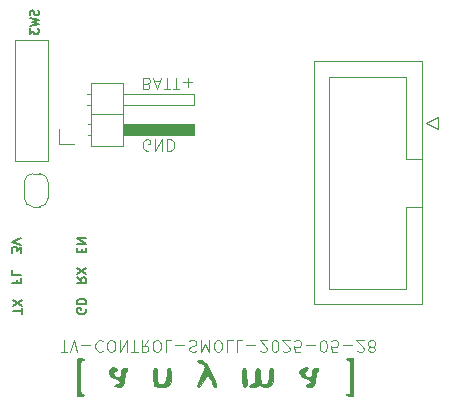
<source format=gbr>
%TF.GenerationSoftware,KiCad,Pcbnew,9.0.1*%
%TF.CreationDate,2025-05-28T08:33:00+02:00*%
%TF.ProjectId,tv25-cpu-small,74763235-2d63-4707-952d-736d616c6c2e,rev?*%
%TF.SameCoordinates,Original*%
%TF.FileFunction,Legend,Bot*%
%TF.FilePolarity,Positive*%
%FSLAX46Y46*%
G04 Gerber Fmt 4.6, Leading zero omitted, Abs format (unit mm)*
G04 Created by KiCad (PCBNEW 9.0.1) date 2025-05-28 08:33:00*
%MOMM*%
%LPD*%
G01*
G04 APERTURE LIST*
%ADD10C,0.100000*%
%ADD11C,0.150000*%
%ADD12C,0.010000*%
%ADD13C,0.120000*%
G04 APERTURE END LIST*
D10*
X122239693Y-149796961D02*
X122144455Y-149844580D01*
X122144455Y-149844580D02*
X122001598Y-149844580D01*
X122001598Y-149844580D02*
X121858741Y-149796961D01*
X121858741Y-149796961D02*
X121763503Y-149701723D01*
X121763503Y-149701723D02*
X121715884Y-149606485D01*
X121715884Y-149606485D02*
X121668265Y-149416009D01*
X121668265Y-149416009D02*
X121668265Y-149273152D01*
X121668265Y-149273152D02*
X121715884Y-149082676D01*
X121715884Y-149082676D02*
X121763503Y-148987438D01*
X121763503Y-148987438D02*
X121858741Y-148892200D01*
X121858741Y-148892200D02*
X122001598Y-148844580D01*
X122001598Y-148844580D02*
X122096836Y-148844580D01*
X122096836Y-148844580D02*
X122239693Y-148892200D01*
X122239693Y-148892200D02*
X122287312Y-148939819D01*
X122287312Y-148939819D02*
X122287312Y-149273152D01*
X122287312Y-149273152D02*
X122096836Y-149273152D01*
X122715884Y-148844580D02*
X122715884Y-149844580D01*
X122715884Y-149844580D02*
X123287312Y-148844580D01*
X123287312Y-148844580D02*
X123287312Y-149844580D01*
X123763503Y-148844580D02*
X123763503Y-149844580D01*
X123763503Y-149844580D02*
X124001598Y-149844580D01*
X124001598Y-149844580D02*
X124144455Y-149796961D01*
X124144455Y-149796961D02*
X124239693Y-149701723D01*
X124239693Y-149701723D02*
X124287312Y-149606485D01*
X124287312Y-149606485D02*
X124334931Y-149416009D01*
X124334931Y-149416009D02*
X124334931Y-149273152D01*
X124334931Y-149273152D02*
X124287312Y-149082676D01*
X124287312Y-149082676D02*
X124239693Y-148987438D01*
X124239693Y-148987438D02*
X124144455Y-148892200D01*
X124144455Y-148892200D02*
X124001598Y-148844580D01*
X124001598Y-148844580D02*
X123763503Y-148844580D01*
X122049217Y-144161390D02*
X122192074Y-144113771D01*
X122192074Y-144113771D02*
X122239693Y-144066152D01*
X122239693Y-144066152D02*
X122287312Y-143970914D01*
X122287312Y-143970914D02*
X122287312Y-143828057D01*
X122287312Y-143828057D02*
X122239693Y-143732819D01*
X122239693Y-143732819D02*
X122192074Y-143685200D01*
X122192074Y-143685200D02*
X122096836Y-143637580D01*
X122096836Y-143637580D02*
X121715884Y-143637580D01*
X121715884Y-143637580D02*
X121715884Y-144637580D01*
X121715884Y-144637580D02*
X122049217Y-144637580D01*
X122049217Y-144637580D02*
X122144455Y-144589961D01*
X122144455Y-144589961D02*
X122192074Y-144542342D01*
X122192074Y-144542342D02*
X122239693Y-144447104D01*
X122239693Y-144447104D02*
X122239693Y-144351866D01*
X122239693Y-144351866D02*
X122192074Y-144256628D01*
X122192074Y-144256628D02*
X122144455Y-144209009D01*
X122144455Y-144209009D02*
X122049217Y-144161390D01*
X122049217Y-144161390D02*
X121715884Y-144161390D01*
X122668265Y-143923295D02*
X123144455Y-143923295D01*
X122573027Y-143637580D02*
X122906360Y-144637580D01*
X122906360Y-144637580D02*
X123239693Y-143637580D01*
X123430170Y-144637580D02*
X124001598Y-144637580D01*
X123715884Y-143637580D02*
X123715884Y-144637580D01*
X124192075Y-144637580D02*
X124763503Y-144637580D01*
X124477789Y-143637580D02*
X124477789Y-144637580D01*
X125096837Y-144018533D02*
X125858742Y-144018533D01*
X125477789Y-143637580D02*
X125477789Y-144399485D01*
X114715027Y-166862580D02*
X115286455Y-166862580D01*
X115000741Y-165862580D02*
X115000741Y-166862580D01*
X115476932Y-166862580D02*
X115810265Y-165862580D01*
X115810265Y-165862580D02*
X116143598Y-166862580D01*
X116476932Y-166243533D02*
X117238837Y-166243533D01*
X118286455Y-165957819D02*
X118238836Y-165910200D01*
X118238836Y-165910200D02*
X118095979Y-165862580D01*
X118095979Y-165862580D02*
X118000741Y-165862580D01*
X118000741Y-165862580D02*
X117857884Y-165910200D01*
X117857884Y-165910200D02*
X117762646Y-166005438D01*
X117762646Y-166005438D02*
X117715027Y-166100676D01*
X117715027Y-166100676D02*
X117667408Y-166291152D01*
X117667408Y-166291152D02*
X117667408Y-166434009D01*
X117667408Y-166434009D02*
X117715027Y-166624485D01*
X117715027Y-166624485D02*
X117762646Y-166719723D01*
X117762646Y-166719723D02*
X117857884Y-166814961D01*
X117857884Y-166814961D02*
X118000741Y-166862580D01*
X118000741Y-166862580D02*
X118095979Y-166862580D01*
X118095979Y-166862580D02*
X118238836Y-166814961D01*
X118238836Y-166814961D02*
X118286455Y-166767342D01*
X118905503Y-166862580D02*
X119095979Y-166862580D01*
X119095979Y-166862580D02*
X119191217Y-166814961D01*
X119191217Y-166814961D02*
X119286455Y-166719723D01*
X119286455Y-166719723D02*
X119334074Y-166529247D01*
X119334074Y-166529247D02*
X119334074Y-166195914D01*
X119334074Y-166195914D02*
X119286455Y-166005438D01*
X119286455Y-166005438D02*
X119191217Y-165910200D01*
X119191217Y-165910200D02*
X119095979Y-165862580D01*
X119095979Y-165862580D02*
X118905503Y-165862580D01*
X118905503Y-165862580D02*
X118810265Y-165910200D01*
X118810265Y-165910200D02*
X118715027Y-166005438D01*
X118715027Y-166005438D02*
X118667408Y-166195914D01*
X118667408Y-166195914D02*
X118667408Y-166529247D01*
X118667408Y-166529247D02*
X118715027Y-166719723D01*
X118715027Y-166719723D02*
X118810265Y-166814961D01*
X118810265Y-166814961D02*
X118905503Y-166862580D01*
X119762646Y-165862580D02*
X119762646Y-166862580D01*
X119762646Y-166862580D02*
X120334074Y-165862580D01*
X120334074Y-165862580D02*
X120334074Y-166862580D01*
X120667408Y-166862580D02*
X121238836Y-166862580D01*
X120953122Y-165862580D02*
X120953122Y-166862580D01*
X122143598Y-165862580D02*
X121810265Y-166338771D01*
X121572170Y-165862580D02*
X121572170Y-166862580D01*
X121572170Y-166862580D02*
X121953122Y-166862580D01*
X121953122Y-166862580D02*
X122048360Y-166814961D01*
X122048360Y-166814961D02*
X122095979Y-166767342D01*
X122095979Y-166767342D02*
X122143598Y-166672104D01*
X122143598Y-166672104D02*
X122143598Y-166529247D01*
X122143598Y-166529247D02*
X122095979Y-166434009D01*
X122095979Y-166434009D02*
X122048360Y-166386390D01*
X122048360Y-166386390D02*
X121953122Y-166338771D01*
X121953122Y-166338771D02*
X121572170Y-166338771D01*
X122762646Y-166862580D02*
X122953122Y-166862580D01*
X122953122Y-166862580D02*
X123048360Y-166814961D01*
X123048360Y-166814961D02*
X123143598Y-166719723D01*
X123143598Y-166719723D02*
X123191217Y-166529247D01*
X123191217Y-166529247D02*
X123191217Y-166195914D01*
X123191217Y-166195914D02*
X123143598Y-166005438D01*
X123143598Y-166005438D02*
X123048360Y-165910200D01*
X123048360Y-165910200D02*
X122953122Y-165862580D01*
X122953122Y-165862580D02*
X122762646Y-165862580D01*
X122762646Y-165862580D02*
X122667408Y-165910200D01*
X122667408Y-165910200D02*
X122572170Y-166005438D01*
X122572170Y-166005438D02*
X122524551Y-166195914D01*
X122524551Y-166195914D02*
X122524551Y-166529247D01*
X122524551Y-166529247D02*
X122572170Y-166719723D01*
X122572170Y-166719723D02*
X122667408Y-166814961D01*
X122667408Y-166814961D02*
X122762646Y-166862580D01*
X124095979Y-165862580D02*
X123619789Y-165862580D01*
X123619789Y-165862580D02*
X123619789Y-166862580D01*
X124429313Y-166243533D02*
X125191218Y-166243533D01*
X125619789Y-165910200D02*
X125762646Y-165862580D01*
X125762646Y-165862580D02*
X126000741Y-165862580D01*
X126000741Y-165862580D02*
X126095979Y-165910200D01*
X126095979Y-165910200D02*
X126143598Y-165957819D01*
X126143598Y-165957819D02*
X126191217Y-166053057D01*
X126191217Y-166053057D02*
X126191217Y-166148295D01*
X126191217Y-166148295D02*
X126143598Y-166243533D01*
X126143598Y-166243533D02*
X126095979Y-166291152D01*
X126095979Y-166291152D02*
X126000741Y-166338771D01*
X126000741Y-166338771D02*
X125810265Y-166386390D01*
X125810265Y-166386390D02*
X125715027Y-166434009D01*
X125715027Y-166434009D02*
X125667408Y-166481628D01*
X125667408Y-166481628D02*
X125619789Y-166576866D01*
X125619789Y-166576866D02*
X125619789Y-166672104D01*
X125619789Y-166672104D02*
X125667408Y-166767342D01*
X125667408Y-166767342D02*
X125715027Y-166814961D01*
X125715027Y-166814961D02*
X125810265Y-166862580D01*
X125810265Y-166862580D02*
X126048360Y-166862580D01*
X126048360Y-166862580D02*
X126191217Y-166814961D01*
X126619789Y-165862580D02*
X126619789Y-166862580D01*
X126619789Y-166862580D02*
X126953122Y-166148295D01*
X126953122Y-166148295D02*
X127286455Y-166862580D01*
X127286455Y-166862580D02*
X127286455Y-165862580D01*
X127953122Y-166862580D02*
X128143598Y-166862580D01*
X128143598Y-166862580D02*
X128238836Y-166814961D01*
X128238836Y-166814961D02*
X128334074Y-166719723D01*
X128334074Y-166719723D02*
X128381693Y-166529247D01*
X128381693Y-166529247D02*
X128381693Y-166195914D01*
X128381693Y-166195914D02*
X128334074Y-166005438D01*
X128334074Y-166005438D02*
X128238836Y-165910200D01*
X128238836Y-165910200D02*
X128143598Y-165862580D01*
X128143598Y-165862580D02*
X127953122Y-165862580D01*
X127953122Y-165862580D02*
X127857884Y-165910200D01*
X127857884Y-165910200D02*
X127762646Y-166005438D01*
X127762646Y-166005438D02*
X127715027Y-166195914D01*
X127715027Y-166195914D02*
X127715027Y-166529247D01*
X127715027Y-166529247D02*
X127762646Y-166719723D01*
X127762646Y-166719723D02*
X127857884Y-166814961D01*
X127857884Y-166814961D02*
X127953122Y-166862580D01*
X129286455Y-165862580D02*
X128810265Y-165862580D01*
X128810265Y-165862580D02*
X128810265Y-166862580D01*
X130095979Y-165862580D02*
X129619789Y-165862580D01*
X129619789Y-165862580D02*
X129619789Y-166862580D01*
X130429313Y-166243533D02*
X131191218Y-166243533D01*
X131619789Y-166767342D02*
X131667408Y-166814961D01*
X131667408Y-166814961D02*
X131762646Y-166862580D01*
X131762646Y-166862580D02*
X132000741Y-166862580D01*
X132000741Y-166862580D02*
X132095979Y-166814961D01*
X132095979Y-166814961D02*
X132143598Y-166767342D01*
X132143598Y-166767342D02*
X132191217Y-166672104D01*
X132191217Y-166672104D02*
X132191217Y-166576866D01*
X132191217Y-166576866D02*
X132143598Y-166434009D01*
X132143598Y-166434009D02*
X131572170Y-165862580D01*
X131572170Y-165862580D02*
X132191217Y-165862580D01*
X132810265Y-166862580D02*
X132905503Y-166862580D01*
X132905503Y-166862580D02*
X133000741Y-166814961D01*
X133000741Y-166814961D02*
X133048360Y-166767342D01*
X133048360Y-166767342D02*
X133095979Y-166672104D01*
X133095979Y-166672104D02*
X133143598Y-166481628D01*
X133143598Y-166481628D02*
X133143598Y-166243533D01*
X133143598Y-166243533D02*
X133095979Y-166053057D01*
X133095979Y-166053057D02*
X133048360Y-165957819D01*
X133048360Y-165957819D02*
X133000741Y-165910200D01*
X133000741Y-165910200D02*
X132905503Y-165862580D01*
X132905503Y-165862580D02*
X132810265Y-165862580D01*
X132810265Y-165862580D02*
X132715027Y-165910200D01*
X132715027Y-165910200D02*
X132667408Y-165957819D01*
X132667408Y-165957819D02*
X132619789Y-166053057D01*
X132619789Y-166053057D02*
X132572170Y-166243533D01*
X132572170Y-166243533D02*
X132572170Y-166481628D01*
X132572170Y-166481628D02*
X132619789Y-166672104D01*
X132619789Y-166672104D02*
X132667408Y-166767342D01*
X132667408Y-166767342D02*
X132715027Y-166814961D01*
X132715027Y-166814961D02*
X132810265Y-166862580D01*
X133524551Y-166767342D02*
X133572170Y-166814961D01*
X133572170Y-166814961D02*
X133667408Y-166862580D01*
X133667408Y-166862580D02*
X133905503Y-166862580D01*
X133905503Y-166862580D02*
X134000741Y-166814961D01*
X134000741Y-166814961D02*
X134048360Y-166767342D01*
X134048360Y-166767342D02*
X134095979Y-166672104D01*
X134095979Y-166672104D02*
X134095979Y-166576866D01*
X134095979Y-166576866D02*
X134048360Y-166434009D01*
X134048360Y-166434009D02*
X133476932Y-165862580D01*
X133476932Y-165862580D02*
X134095979Y-165862580D01*
X135000741Y-166862580D02*
X134524551Y-166862580D01*
X134524551Y-166862580D02*
X134476932Y-166386390D01*
X134476932Y-166386390D02*
X134524551Y-166434009D01*
X134524551Y-166434009D02*
X134619789Y-166481628D01*
X134619789Y-166481628D02*
X134857884Y-166481628D01*
X134857884Y-166481628D02*
X134953122Y-166434009D01*
X134953122Y-166434009D02*
X135000741Y-166386390D01*
X135000741Y-166386390D02*
X135048360Y-166291152D01*
X135048360Y-166291152D02*
X135048360Y-166053057D01*
X135048360Y-166053057D02*
X135000741Y-165957819D01*
X135000741Y-165957819D02*
X134953122Y-165910200D01*
X134953122Y-165910200D02*
X134857884Y-165862580D01*
X134857884Y-165862580D02*
X134619789Y-165862580D01*
X134619789Y-165862580D02*
X134524551Y-165910200D01*
X134524551Y-165910200D02*
X134476932Y-165957819D01*
X135476932Y-166243533D02*
X136238837Y-166243533D01*
X136905503Y-166862580D02*
X137000741Y-166862580D01*
X137000741Y-166862580D02*
X137095979Y-166814961D01*
X137095979Y-166814961D02*
X137143598Y-166767342D01*
X137143598Y-166767342D02*
X137191217Y-166672104D01*
X137191217Y-166672104D02*
X137238836Y-166481628D01*
X137238836Y-166481628D02*
X137238836Y-166243533D01*
X137238836Y-166243533D02*
X137191217Y-166053057D01*
X137191217Y-166053057D02*
X137143598Y-165957819D01*
X137143598Y-165957819D02*
X137095979Y-165910200D01*
X137095979Y-165910200D02*
X137000741Y-165862580D01*
X137000741Y-165862580D02*
X136905503Y-165862580D01*
X136905503Y-165862580D02*
X136810265Y-165910200D01*
X136810265Y-165910200D02*
X136762646Y-165957819D01*
X136762646Y-165957819D02*
X136715027Y-166053057D01*
X136715027Y-166053057D02*
X136667408Y-166243533D01*
X136667408Y-166243533D02*
X136667408Y-166481628D01*
X136667408Y-166481628D02*
X136715027Y-166672104D01*
X136715027Y-166672104D02*
X136762646Y-166767342D01*
X136762646Y-166767342D02*
X136810265Y-166814961D01*
X136810265Y-166814961D02*
X136905503Y-166862580D01*
X138143598Y-166862580D02*
X137667408Y-166862580D01*
X137667408Y-166862580D02*
X137619789Y-166386390D01*
X137619789Y-166386390D02*
X137667408Y-166434009D01*
X137667408Y-166434009D02*
X137762646Y-166481628D01*
X137762646Y-166481628D02*
X138000741Y-166481628D01*
X138000741Y-166481628D02*
X138095979Y-166434009D01*
X138095979Y-166434009D02*
X138143598Y-166386390D01*
X138143598Y-166386390D02*
X138191217Y-166291152D01*
X138191217Y-166291152D02*
X138191217Y-166053057D01*
X138191217Y-166053057D02*
X138143598Y-165957819D01*
X138143598Y-165957819D02*
X138095979Y-165910200D01*
X138095979Y-165910200D02*
X138000741Y-165862580D01*
X138000741Y-165862580D02*
X137762646Y-165862580D01*
X137762646Y-165862580D02*
X137667408Y-165910200D01*
X137667408Y-165910200D02*
X137619789Y-165957819D01*
X138619789Y-166243533D02*
X139381694Y-166243533D01*
X139810265Y-166767342D02*
X139857884Y-166814961D01*
X139857884Y-166814961D02*
X139953122Y-166862580D01*
X139953122Y-166862580D02*
X140191217Y-166862580D01*
X140191217Y-166862580D02*
X140286455Y-166814961D01*
X140286455Y-166814961D02*
X140334074Y-166767342D01*
X140334074Y-166767342D02*
X140381693Y-166672104D01*
X140381693Y-166672104D02*
X140381693Y-166576866D01*
X140381693Y-166576866D02*
X140334074Y-166434009D01*
X140334074Y-166434009D02*
X139762646Y-165862580D01*
X139762646Y-165862580D02*
X140381693Y-165862580D01*
X140953122Y-166434009D02*
X140857884Y-166481628D01*
X140857884Y-166481628D02*
X140810265Y-166529247D01*
X140810265Y-166529247D02*
X140762646Y-166624485D01*
X140762646Y-166624485D02*
X140762646Y-166672104D01*
X140762646Y-166672104D02*
X140810265Y-166767342D01*
X140810265Y-166767342D02*
X140857884Y-166814961D01*
X140857884Y-166814961D02*
X140953122Y-166862580D01*
X140953122Y-166862580D02*
X141143598Y-166862580D01*
X141143598Y-166862580D02*
X141238836Y-166814961D01*
X141238836Y-166814961D02*
X141286455Y-166767342D01*
X141286455Y-166767342D02*
X141334074Y-166672104D01*
X141334074Y-166672104D02*
X141334074Y-166624485D01*
X141334074Y-166624485D02*
X141286455Y-166529247D01*
X141286455Y-166529247D02*
X141238836Y-166481628D01*
X141238836Y-166481628D02*
X141143598Y-166434009D01*
X141143598Y-166434009D02*
X140953122Y-166434009D01*
X140953122Y-166434009D02*
X140857884Y-166386390D01*
X140857884Y-166386390D02*
X140810265Y-166338771D01*
X140810265Y-166338771D02*
X140762646Y-166243533D01*
X140762646Y-166243533D02*
X140762646Y-166053057D01*
X140762646Y-166053057D02*
X140810265Y-165957819D01*
X140810265Y-165957819D02*
X140857884Y-165910200D01*
X140857884Y-165910200D02*
X140953122Y-165862580D01*
X140953122Y-165862580D02*
X141143598Y-165862580D01*
X141143598Y-165862580D02*
X141238836Y-165910200D01*
X141238836Y-165910200D02*
X141286455Y-165957819D01*
X141286455Y-165957819D02*
X141334074Y-166053057D01*
X141334074Y-166053057D02*
X141334074Y-166243533D01*
X141334074Y-166243533D02*
X141286455Y-166338771D01*
X141286455Y-166338771D02*
X141238836Y-166386390D01*
X141238836Y-166386390D02*
X141143598Y-166434009D01*
D11*
X116827609Y-163210476D02*
X116865704Y-163286666D01*
X116865704Y-163286666D02*
X116865704Y-163400952D01*
X116865704Y-163400952D02*
X116827609Y-163515238D01*
X116827609Y-163515238D02*
X116751419Y-163591428D01*
X116751419Y-163591428D02*
X116675228Y-163629523D01*
X116675228Y-163629523D02*
X116522847Y-163667619D01*
X116522847Y-163667619D02*
X116408561Y-163667619D01*
X116408561Y-163667619D02*
X116256180Y-163629523D01*
X116256180Y-163629523D02*
X116179990Y-163591428D01*
X116179990Y-163591428D02*
X116103800Y-163515238D01*
X116103800Y-163515238D02*
X116065704Y-163400952D01*
X116065704Y-163400952D02*
X116065704Y-163324761D01*
X116065704Y-163324761D02*
X116103800Y-163210476D01*
X116103800Y-163210476D02*
X116141895Y-163172380D01*
X116141895Y-163172380D02*
X116408561Y-163172380D01*
X116408561Y-163172380D02*
X116408561Y-163324761D01*
X116065704Y-162829523D02*
X116865704Y-162829523D01*
X116865704Y-162829523D02*
X116865704Y-162639047D01*
X116865704Y-162639047D02*
X116827609Y-162524761D01*
X116827609Y-162524761D02*
X116751419Y-162448571D01*
X116751419Y-162448571D02*
X116675228Y-162410476D01*
X116675228Y-162410476D02*
X116522847Y-162372380D01*
X116522847Y-162372380D02*
X116408561Y-162372380D01*
X116408561Y-162372380D02*
X116256180Y-162410476D01*
X116256180Y-162410476D02*
X116179990Y-162448571D01*
X116179990Y-162448571D02*
X116103800Y-162524761D01*
X116103800Y-162524761D02*
X116065704Y-162639047D01*
X116065704Y-162639047D02*
X116065704Y-162829523D01*
X110984752Y-160729523D02*
X110984752Y-160996189D01*
X110565704Y-160996189D02*
X111365704Y-160996189D01*
X111365704Y-160996189D02*
X111365704Y-160615237D01*
X110565704Y-159929523D02*
X110565704Y-160310475D01*
X110565704Y-160310475D02*
X111365704Y-160310475D01*
X116484752Y-158410475D02*
X116484752Y-158143809D01*
X116065704Y-158029523D02*
X116065704Y-158410475D01*
X116065704Y-158410475D02*
X116865704Y-158410475D01*
X116865704Y-158410475D02*
X116865704Y-158029523D01*
X116065704Y-157686665D02*
X116865704Y-157686665D01*
X116865704Y-157686665D02*
X116065704Y-157229522D01*
X116065704Y-157229522D02*
X116865704Y-157229522D01*
X111365704Y-158507030D02*
X111365704Y-158011792D01*
X111365704Y-158011792D02*
X111060942Y-158278458D01*
X111060942Y-158278458D02*
X111060942Y-158164173D01*
X111060942Y-158164173D02*
X111022847Y-158087982D01*
X111022847Y-158087982D02*
X110984752Y-158049887D01*
X110984752Y-158049887D02*
X110908561Y-158011792D01*
X110908561Y-158011792D02*
X110718085Y-158011792D01*
X110718085Y-158011792D02*
X110641895Y-158049887D01*
X110641895Y-158049887D02*
X110603800Y-158087982D01*
X110603800Y-158087982D02*
X110565704Y-158164173D01*
X110565704Y-158164173D02*
X110565704Y-158392744D01*
X110565704Y-158392744D02*
X110603800Y-158468935D01*
X110603800Y-158468935D02*
X110641895Y-158507030D01*
X111365704Y-157783220D02*
X110565704Y-157516553D01*
X110565704Y-157516553D02*
X111365704Y-157249887D01*
X116065704Y-160553332D02*
X116446657Y-160819999D01*
X116065704Y-161010475D02*
X116865704Y-161010475D01*
X116865704Y-161010475D02*
X116865704Y-160705713D01*
X116865704Y-160705713D02*
X116827609Y-160629523D01*
X116827609Y-160629523D02*
X116789514Y-160591428D01*
X116789514Y-160591428D02*
X116713323Y-160553332D01*
X116713323Y-160553332D02*
X116599038Y-160553332D01*
X116599038Y-160553332D02*
X116522847Y-160591428D01*
X116522847Y-160591428D02*
X116484752Y-160629523D01*
X116484752Y-160629523D02*
X116446657Y-160705713D01*
X116446657Y-160705713D02*
X116446657Y-161010475D01*
X116865704Y-160286666D02*
X116065704Y-159753332D01*
X116865704Y-159753332D02*
X116065704Y-160286666D01*
X111465704Y-163629523D02*
X111465704Y-163172380D01*
X110665704Y-163400952D02*
X111465704Y-163400952D01*
X111465704Y-162981904D02*
X110665704Y-162448570D01*
X111465704Y-162448570D02*
X110665704Y-162981904D01*
X112825450Y-137938000D02*
X112861164Y-138045143D01*
X112861164Y-138045143D02*
X112861164Y-138223714D01*
X112861164Y-138223714D02*
X112825450Y-138295143D01*
X112825450Y-138295143D02*
X112789735Y-138330857D01*
X112789735Y-138330857D02*
X112718307Y-138366571D01*
X112718307Y-138366571D02*
X112646878Y-138366571D01*
X112646878Y-138366571D02*
X112575450Y-138330857D01*
X112575450Y-138330857D02*
X112539735Y-138295143D01*
X112539735Y-138295143D02*
X112504021Y-138223714D01*
X112504021Y-138223714D02*
X112468307Y-138080857D01*
X112468307Y-138080857D02*
X112432592Y-138009428D01*
X112432592Y-138009428D02*
X112396878Y-137973714D01*
X112396878Y-137973714D02*
X112325450Y-137938000D01*
X112325450Y-137938000D02*
X112254021Y-137938000D01*
X112254021Y-137938000D02*
X112182592Y-137973714D01*
X112182592Y-137973714D02*
X112146878Y-138009428D01*
X112146878Y-138009428D02*
X112111164Y-138080857D01*
X112111164Y-138080857D02*
X112111164Y-138259428D01*
X112111164Y-138259428D02*
X112146878Y-138366571D01*
X112111164Y-138616571D02*
X112861164Y-138795143D01*
X112861164Y-138795143D02*
X112325450Y-138938000D01*
X112325450Y-138938000D02*
X112861164Y-139080857D01*
X112861164Y-139080857D02*
X112111164Y-139259429D01*
X112111164Y-139473714D02*
X112111164Y-139938000D01*
X112111164Y-139938000D02*
X112396878Y-139688000D01*
X112396878Y-139688000D02*
X112396878Y-139795143D01*
X112396878Y-139795143D02*
X112432592Y-139866572D01*
X112432592Y-139866572D02*
X112468307Y-139902286D01*
X112468307Y-139902286D02*
X112539735Y-139938000D01*
X112539735Y-139938000D02*
X112718307Y-139938000D01*
X112718307Y-139938000D02*
X112789735Y-139902286D01*
X112789735Y-139902286D02*
X112825450Y-139866572D01*
X112825450Y-139866572D02*
X112861164Y-139795143D01*
X112861164Y-139795143D02*
X112861164Y-139580857D01*
X112861164Y-139580857D02*
X112825450Y-139509429D01*
X112825450Y-139509429D02*
X112789735Y-139473714D01*
D12*
%TO.C,U5*%
X130289796Y-168236205D02*
X130354162Y-168278396D01*
X130396533Y-168394047D01*
X130425569Y-168615101D01*
X130449933Y-168973500D01*
X130462879Y-169261335D01*
X130459091Y-169576652D01*
X130421684Y-169759514D01*
X130344910Y-169831177D01*
X130223025Y-169812900D01*
X130220595Y-169811942D01*
X130155993Y-169752712D01*
X130116132Y-169617994D01*
X130095937Y-169376595D01*
X130090334Y-168997324D01*
X130091642Y-168733802D01*
X130101445Y-168466744D01*
X130126536Y-168315451D01*
X130173532Y-168248051D01*
X130249049Y-168232667D01*
X130289796Y-168236205D01*
G36*
X130289796Y-168236205D02*
G01*
X130354162Y-168278396D01*
X130396533Y-168394047D01*
X130425569Y-168615101D01*
X130449933Y-168973500D01*
X130462879Y-169261335D01*
X130459091Y-169576652D01*
X130421684Y-169759514D01*
X130344910Y-169831177D01*
X130223025Y-169812900D01*
X130220595Y-169811942D01*
X130155993Y-169752712D01*
X130116132Y-169617994D01*
X130095937Y-169376595D01*
X130090334Y-168997324D01*
X130091642Y-168733802D01*
X130101445Y-168466744D01*
X130126536Y-168315451D01*
X130173532Y-168248051D01*
X130249049Y-168232667D01*
X130289796Y-168236205D01*
G37*
X139488334Y-170611007D02*
X139170834Y-170553605D01*
X139001234Y-170519975D01*
X138843295Y-170474412D01*
X138844242Y-170444653D01*
X139008556Y-170434000D01*
X139234334Y-170434000D01*
X139234334Y-168994667D01*
X139233733Y-168536373D01*
X139229911Y-168138076D01*
X139220078Y-167865227D01*
X139201453Y-167694176D01*
X139171253Y-167601276D01*
X139126696Y-167562878D01*
X139065000Y-167555333D01*
X138966579Y-167539457D01*
X138895667Y-167470667D01*
X138898226Y-167459555D01*
X138996133Y-167407266D01*
X139192000Y-167386000D01*
X139488334Y-167386000D01*
X139488334Y-170611007D01*
G36*
X139488334Y-170611007D02*
G01*
X139170834Y-170553605D01*
X139001234Y-170519975D01*
X138843295Y-170474412D01*
X138844242Y-170444653D01*
X139008556Y-170434000D01*
X139234334Y-170434000D01*
X139234334Y-168994667D01*
X139233733Y-168536373D01*
X139229911Y-168138076D01*
X139220078Y-167865227D01*
X139201453Y-167694176D01*
X139171253Y-167601276D01*
X139126696Y-167562878D01*
X139065000Y-167555333D01*
X138966579Y-167539457D01*
X138895667Y-167470667D01*
X138898226Y-167459555D01*
X138996133Y-167407266D01*
X139192000Y-167386000D01*
X139488334Y-167386000D01*
X139488334Y-170611007D01*
G37*
X116475608Y-167392508D02*
X116641636Y-167423221D01*
X116713000Y-167470667D01*
X116681247Y-167519877D01*
X116543667Y-167555333D01*
X116489750Y-167560441D01*
X116442891Y-167592927D01*
X116410792Y-167676502D01*
X116390668Y-167834816D01*
X116379738Y-168091515D01*
X116375221Y-168470250D01*
X116374334Y-168994667D01*
X116374934Y-169452961D01*
X116378756Y-169851257D01*
X116388589Y-170124107D01*
X116407214Y-170295158D01*
X116437414Y-170388058D01*
X116481971Y-170426456D01*
X116543667Y-170434000D01*
X116642136Y-170450854D01*
X116713000Y-170523778D01*
X116711032Y-170534478D01*
X116615148Y-170582737D01*
X116412042Y-170587278D01*
X116111083Y-170561000D01*
X116113643Y-169015833D01*
X116114516Y-168546004D01*
X116115521Y-168108877D01*
X116116535Y-167758549D01*
X116117477Y-167522530D01*
X116118268Y-167428333D01*
X116147964Y-167401810D01*
X116287018Y-167383660D01*
X116475608Y-167392508D01*
G36*
X116475608Y-167392508D02*
G01*
X116641636Y-167423221D01*
X116713000Y-167470667D01*
X116681247Y-167519877D01*
X116543667Y-167555333D01*
X116489750Y-167560441D01*
X116442891Y-167592927D01*
X116410792Y-167676502D01*
X116390668Y-167834816D01*
X116379738Y-168091515D01*
X116375221Y-168470250D01*
X116374334Y-168994667D01*
X116374934Y-169452961D01*
X116378756Y-169851257D01*
X116388589Y-170124107D01*
X116407214Y-170295158D01*
X116437414Y-170388058D01*
X116481971Y-170426456D01*
X116543667Y-170434000D01*
X116642136Y-170450854D01*
X116713000Y-170523778D01*
X116711032Y-170534478D01*
X116615148Y-170582737D01*
X116412042Y-170587278D01*
X116111083Y-170561000D01*
X116113643Y-169015833D01*
X116114516Y-168546004D01*
X116115521Y-168108877D01*
X116116535Y-167758549D01*
X116117477Y-167522530D01*
X116118268Y-167428333D01*
X116147964Y-167401810D01*
X116287018Y-167383660D01*
X116475608Y-167392508D01*
G37*
X123959538Y-168238923D02*
X124007365Y-168306009D01*
X124061447Y-168536368D01*
X124079000Y-168920367D01*
X124061027Y-169311606D01*
X123986624Y-169587824D01*
X123830047Y-169746760D01*
X123565602Y-169813593D01*
X123167594Y-169813503D01*
X122597334Y-169783193D01*
X122572990Y-169007930D01*
X122564130Y-168660767D01*
X122567871Y-168425368D01*
X122591203Y-168296932D01*
X122640255Y-168243388D01*
X122721156Y-168232667D01*
X122810368Y-168246878D01*
X122864635Y-168316994D01*
X122888407Y-168480809D01*
X122893667Y-168776075D01*
X122896069Y-169002408D01*
X122917878Y-169302978D01*
X122972719Y-169480805D01*
X123072974Y-169565664D01*
X123231025Y-169587333D01*
X123382165Y-169569419D01*
X123564347Y-169452198D01*
X123668412Y-169210486D01*
X123705356Y-168826648D01*
X123713730Y-168624431D01*
X123740025Y-168380035D01*
X123776394Y-168242817D01*
X123842524Y-168183710D01*
X123959538Y-168238923D01*
G36*
X123959538Y-168238923D02*
G01*
X124007365Y-168306009D01*
X124061447Y-168536368D01*
X124079000Y-168920367D01*
X124061027Y-169311606D01*
X123986624Y-169587824D01*
X123830047Y-169746760D01*
X123565602Y-169813593D01*
X123167594Y-169813503D01*
X122597334Y-169783193D01*
X122572990Y-169007930D01*
X122564130Y-168660767D01*
X122567871Y-168425368D01*
X122591203Y-168296932D01*
X122640255Y-168243388D01*
X122721156Y-168232667D01*
X122810368Y-168246878D01*
X122864635Y-168316994D01*
X122888407Y-168480809D01*
X122893667Y-168776075D01*
X122896069Y-169002408D01*
X122917878Y-169302978D01*
X122972719Y-169480805D01*
X123072974Y-169565664D01*
X123231025Y-169587333D01*
X123382165Y-169569419D01*
X123564347Y-169452198D01*
X123668412Y-169210486D01*
X123705356Y-168826648D01*
X123713730Y-168624431D01*
X123740025Y-168380035D01*
X123776394Y-168242817D01*
X123842524Y-168183710D01*
X123959538Y-168238923D01*
G37*
X119374790Y-168185251D02*
X119483862Y-168288982D01*
X119467304Y-168360694D01*
X119342327Y-168442854D01*
X119232798Y-168504444D01*
X119167426Y-168648163D01*
X119211949Y-168809219D01*
X119347999Y-168940444D01*
X119557208Y-168994667D01*
X119709444Y-168953800D01*
X119813279Y-168791422D01*
X119845667Y-168488801D01*
X119879814Y-168314984D01*
X120015593Y-168188315D01*
X120226667Y-168202049D01*
X120321236Y-168255252D01*
X120337986Y-168357924D01*
X120229360Y-168533985D01*
X120193932Y-168597262D01*
X120128877Y-168832962D01*
X120102360Y-169129711D01*
X120092641Y-169305970D01*
X120002754Y-169620196D01*
X119819131Y-169793881D01*
X119542184Y-169826513D01*
X119374322Y-169782155D01*
X119277107Y-169699842D01*
X119301317Y-169621941D01*
X119460269Y-169587333D01*
X119554204Y-169575801D01*
X119701888Y-169489861D01*
X119749560Y-169361364D01*
X119667504Y-169240100D01*
X119648735Y-169229060D01*
X119471357Y-169153223D01*
X119233273Y-169076436D01*
X118950661Y-168950992D01*
X118786659Y-168763827D01*
X118773223Y-168543411D01*
X118919540Y-168312127D01*
X118989825Y-168254500D01*
X119189086Y-168174620D01*
X119374790Y-168185251D01*
G36*
X119374790Y-168185251D02*
G01*
X119483862Y-168288982D01*
X119467304Y-168360694D01*
X119342327Y-168442854D01*
X119232798Y-168504444D01*
X119167426Y-168648163D01*
X119211949Y-168809219D01*
X119347999Y-168940444D01*
X119557208Y-168994667D01*
X119709444Y-168953800D01*
X119813279Y-168791422D01*
X119845667Y-168488801D01*
X119879814Y-168314984D01*
X120015593Y-168188315D01*
X120226667Y-168202049D01*
X120321236Y-168255252D01*
X120337986Y-168357924D01*
X120229360Y-168533985D01*
X120193932Y-168597262D01*
X120128877Y-168832962D01*
X120102360Y-169129711D01*
X120092641Y-169305970D01*
X120002754Y-169620196D01*
X119819131Y-169793881D01*
X119542184Y-169826513D01*
X119374322Y-169782155D01*
X119277107Y-169699842D01*
X119301317Y-169621941D01*
X119460269Y-169587333D01*
X119554204Y-169575801D01*
X119701888Y-169489861D01*
X119749560Y-169361364D01*
X119667504Y-169240100D01*
X119648735Y-169229060D01*
X119471357Y-169153223D01*
X119233273Y-169076436D01*
X118950661Y-168950992D01*
X118786659Y-168763827D01*
X118773223Y-168543411D01*
X118919540Y-168312127D01*
X118989825Y-168254500D01*
X119189086Y-168174620D01*
X119374790Y-168185251D01*
G37*
X126584230Y-167568089D02*
X126786382Y-167642272D01*
X126953393Y-167762451D01*
X126986994Y-167803769D01*
X127111462Y-168001256D01*
X127269293Y-168291565D01*
X127441348Y-168634485D01*
X127608486Y-168989805D01*
X127751567Y-169317315D01*
X127851452Y-169576803D01*
X127889000Y-169728059D01*
X127887777Y-169757370D01*
X127838684Y-169851401D01*
X127743188Y-169826611D01*
X127636166Y-169705529D01*
X127552492Y-169510682D01*
X127497901Y-169352249D01*
X127385858Y-169129212D01*
X127260043Y-168949297D01*
X127147965Y-168849712D01*
X127077131Y-168867667D01*
X127064460Y-168894954D01*
X126888597Y-169235884D01*
X126707908Y-169528322D01*
X126546505Y-169736667D01*
X126428500Y-169825318D01*
X126406054Y-169829035D01*
X126318945Y-169817405D01*
X126293923Y-169737308D01*
X126335442Y-169568536D01*
X126447956Y-169290882D01*
X126635916Y-168884138D01*
X126702931Y-168741134D01*
X126853995Y-168382567D01*
X126916211Y-168134700D01*
X126887453Y-167970937D01*
X126765600Y-167864677D01*
X126548528Y-167789321D01*
X126530321Y-167784415D01*
X126353164Y-167712654D01*
X126280334Y-167637579D01*
X126291511Y-167597974D01*
X126401189Y-167549968D01*
X126584230Y-167568089D01*
G36*
X126584230Y-167568089D02*
G01*
X126786382Y-167642272D01*
X126953393Y-167762451D01*
X126986994Y-167803769D01*
X127111462Y-168001256D01*
X127269293Y-168291565D01*
X127441348Y-168634485D01*
X127608486Y-168989805D01*
X127751567Y-169317315D01*
X127851452Y-169576803D01*
X127889000Y-169728059D01*
X127887777Y-169757370D01*
X127838684Y-169851401D01*
X127743188Y-169826611D01*
X127636166Y-169705529D01*
X127552492Y-169510682D01*
X127497901Y-169352249D01*
X127385858Y-169129212D01*
X127260043Y-168949297D01*
X127147965Y-168849712D01*
X127077131Y-168867667D01*
X127064460Y-168894954D01*
X126888597Y-169235884D01*
X126707908Y-169528322D01*
X126546505Y-169736667D01*
X126428500Y-169825318D01*
X126406054Y-169829035D01*
X126318945Y-169817405D01*
X126293923Y-169737308D01*
X126335442Y-169568536D01*
X126447956Y-169290882D01*
X126635916Y-168884138D01*
X126702931Y-168741134D01*
X126853995Y-168382567D01*
X126916211Y-168134700D01*
X126887453Y-167970937D01*
X126765600Y-167864677D01*
X126548528Y-167789321D01*
X126530321Y-167784415D01*
X126353164Y-167712654D01*
X126280334Y-167637579D01*
X126291511Y-167597974D01*
X126401189Y-167549968D01*
X126584230Y-167568089D01*
G37*
X135637462Y-168235032D02*
X135637796Y-168235581D01*
X135617297Y-168344502D01*
X135494292Y-168483728D01*
X135430301Y-168539694D01*
X135349082Y-168665400D01*
X135390647Y-168798862D01*
X135437708Y-168858163D01*
X135612716Y-168961044D01*
X135805173Y-168977997D01*
X135942629Y-168896241D01*
X135988470Y-168773537D01*
X136015704Y-168560534D01*
X136067237Y-168337847D01*
X136203416Y-168201446D01*
X136387269Y-168197931D01*
X136491464Y-168255768D01*
X136509072Y-168358586D01*
X136400693Y-168533985D01*
X136365265Y-168597262D01*
X136300210Y-168832962D01*
X136273693Y-169129711D01*
X136263975Y-169305970D01*
X136174088Y-169620196D01*
X135990464Y-169793881D01*
X135713517Y-169826513D01*
X135572303Y-169794987D01*
X135458207Y-169714481D01*
X135481879Y-169628055D01*
X135652147Y-169572275D01*
X135832724Y-169514751D01*
X135890000Y-169379390D01*
X135874260Y-169303338D01*
X135760256Y-169197654D01*
X135509000Y-169104102D01*
X135456615Y-169088294D01*
X135129406Y-168939684D01*
X134954816Y-168754786D01*
X134938389Y-168543903D01*
X135085667Y-168317333D01*
X135100125Y-168303363D01*
X135301390Y-168179438D01*
X135500704Y-168153648D01*
X135637462Y-168235032D01*
G36*
X135637462Y-168235032D02*
G01*
X135637796Y-168235581D01*
X135617297Y-168344502D01*
X135494292Y-168483728D01*
X135430301Y-168539694D01*
X135349082Y-168665400D01*
X135390647Y-168798862D01*
X135437708Y-168858163D01*
X135612716Y-168961044D01*
X135805173Y-168977997D01*
X135942629Y-168896241D01*
X135988470Y-168773537D01*
X136015704Y-168560534D01*
X136067237Y-168337847D01*
X136203416Y-168201446D01*
X136387269Y-168197931D01*
X136491464Y-168255768D01*
X136509072Y-168358586D01*
X136400693Y-168533985D01*
X136365265Y-168597262D01*
X136300210Y-168832962D01*
X136273693Y-169129711D01*
X136263975Y-169305970D01*
X136174088Y-169620196D01*
X135990464Y-169793881D01*
X135713517Y-169826513D01*
X135572303Y-169794987D01*
X135458207Y-169714481D01*
X135481879Y-169628055D01*
X135652147Y-169572275D01*
X135832724Y-169514751D01*
X135890000Y-169379390D01*
X135874260Y-169303338D01*
X135760256Y-169197654D01*
X135509000Y-169104102D01*
X135456615Y-169088294D01*
X135129406Y-168939684D01*
X134954816Y-168754786D01*
X134938389Y-168543903D01*
X135085667Y-168317333D01*
X135100125Y-168303363D01*
X135301390Y-168179438D01*
X135500704Y-168153648D01*
X135637462Y-168235032D01*
G37*
X132549751Y-168232681D02*
X132638368Y-168250573D01*
X132688023Y-168327245D01*
X132709543Y-168499506D01*
X132713752Y-168804167D01*
X132712499Y-168915355D01*
X132678822Y-169327614D01*
X132591296Y-169602278D01*
X132439139Y-169761297D01*
X132211571Y-169826625D01*
X132211012Y-169826678D01*
X131953177Y-169816782D01*
X131737251Y-169754482D01*
X131581266Y-169699744D01*
X131376483Y-169748024D01*
X131337662Y-169766207D01*
X131144072Y-169818535D01*
X130929177Y-169839694D01*
X130754994Y-169827016D01*
X130683535Y-169777833D01*
X130684862Y-169770745D01*
X130767054Y-169683615D01*
X130937535Y-169570105D01*
X130955150Y-169560020D01*
X131086082Y-169470523D01*
X131156702Y-169361605D01*
X131185509Y-169183319D01*
X131191000Y-168885716D01*
X131197758Y-168623462D01*
X131218161Y-168397305D01*
X131247445Y-168289111D01*
X131334023Y-168236608D01*
X131477204Y-168266757D01*
X131569606Y-168423167D01*
X131586619Y-168523096D01*
X131614427Y-168779349D01*
X131634719Y-169079333D01*
X131648247Y-169295863D01*
X131680935Y-169465082D01*
X131750540Y-169542093D01*
X131878856Y-169570763D01*
X132090813Y-169557784D01*
X132255598Y-169433347D01*
X132347690Y-169177986D01*
X132376334Y-168776953D01*
X132380669Y-168501474D01*
X132402525Y-168327072D01*
X132453626Y-168250002D01*
X132545667Y-168232667D01*
X132549751Y-168232681D01*
G36*
X132549751Y-168232681D02*
G01*
X132638368Y-168250573D01*
X132688023Y-168327245D01*
X132709543Y-168499506D01*
X132713752Y-168804167D01*
X132712499Y-168915355D01*
X132678822Y-169327614D01*
X132591296Y-169602278D01*
X132439139Y-169761297D01*
X132211571Y-169826625D01*
X132211012Y-169826678D01*
X131953177Y-169816782D01*
X131737251Y-169754482D01*
X131581266Y-169699744D01*
X131376483Y-169748024D01*
X131337662Y-169766207D01*
X131144072Y-169818535D01*
X130929177Y-169839694D01*
X130754994Y-169827016D01*
X130683535Y-169777833D01*
X130684862Y-169770745D01*
X130767054Y-169683615D01*
X130937535Y-169570105D01*
X130955150Y-169560020D01*
X131086082Y-169470523D01*
X131156702Y-169361605D01*
X131185509Y-169183319D01*
X131191000Y-168885716D01*
X131197758Y-168623462D01*
X131218161Y-168397305D01*
X131247445Y-168289111D01*
X131334023Y-168236608D01*
X131477204Y-168266757D01*
X131569606Y-168423167D01*
X131586619Y-168523096D01*
X131614427Y-168779349D01*
X131634719Y-169079333D01*
X131648247Y-169295863D01*
X131680935Y-169465082D01*
X131750540Y-169542093D01*
X131878856Y-169570763D01*
X132090813Y-169557784D01*
X132255598Y-169433347D01*
X132347690Y-169177986D01*
X132376334Y-168776953D01*
X132380669Y-168501474D01*
X132402525Y-168327072D01*
X132453626Y-168250002D01*
X132545667Y-168232667D01*
X132549751Y-168232681D01*
G37*
D13*
%TO.C,JP1*%
X112949000Y-151762000D02*
X112349000Y-151762000D01*
X111649000Y-152462000D02*
X111649000Y-153862000D01*
X113649000Y-153862000D02*
X113649000Y-152462000D01*
X112349000Y-154562000D02*
X112949000Y-154562000D01*
X112949000Y-151762000D02*
G75*
G02*
X113649000Y-152462000I1J-699999D01*
G01*
X111649000Y-152462000D02*
G75*
G02*
X112349000Y-151762000I699999J1D01*
G01*
X113649000Y-153862000D02*
G75*
G02*
X112949000Y-154562000I-700000J0D01*
G01*
X112349000Y-154562000D02*
G75*
G02*
X111649000Y-153862000I0J700000D01*
G01*
%TO.C,J1*%
X114595000Y-148025000D02*
X114595000Y-149295000D01*
X114595000Y-149295000D02*
X115865000Y-149295000D01*
X116942358Y-145055000D02*
X117255000Y-145055000D01*
X116942358Y-145915000D02*
X117255000Y-145915000D01*
X117025000Y-147595000D02*
X117255000Y-147595000D01*
X117025000Y-148455000D02*
X117255000Y-148455000D01*
X117255000Y-144105000D02*
X120015000Y-144105000D01*
X117255000Y-146755000D02*
X120015000Y-146755000D01*
X117255000Y-149405000D02*
X117255000Y-144105000D01*
X120015000Y-144105000D02*
X120015000Y-149405000D01*
X120015000Y-145915000D02*
X126015000Y-145915000D01*
X120015000Y-149405000D02*
X117255000Y-149405000D01*
X126015000Y-145055000D02*
X120015000Y-145055000D01*
X126015000Y-145915000D02*
X126015000Y-145055000D01*
X120015000Y-148455000D02*
X126015000Y-148455000D01*
X126015000Y-147595000D01*
X120015000Y-147595000D01*
X120015000Y-148455000D01*
G36*
X120015000Y-148455000D02*
G01*
X126015000Y-148455000D01*
X126015000Y-147595000D01*
X120015000Y-147595000D01*
X120015000Y-148455000D01*
G37*
%TO.C,SW3*%
X113610000Y-150650000D02*
X110890000Y-150650000D01*
X110890000Y-140430000D01*
X113610000Y-140430000D01*
X113610000Y-150650000D01*
%TO.C,J2*%
X136170000Y-142250000D02*
X136170000Y-162830000D01*
X136170000Y-162830000D02*
X145290000Y-162830000D01*
X137480000Y-143550000D02*
X137480000Y-161530000D01*
X137480000Y-161530000D02*
X143980000Y-161530000D01*
X143980000Y-143550000D02*
X137480000Y-143550000D01*
X143980000Y-150490000D02*
X143980000Y-143550000D01*
X143980000Y-154590000D02*
X143980000Y-154590000D01*
X143980000Y-154590000D02*
X145290000Y-154590000D01*
X143980000Y-161530000D02*
X143980000Y-154590000D01*
X145290000Y-142250000D02*
X136170000Y-142250000D01*
X145290000Y-150490000D02*
X143980000Y-150490000D01*
X145290000Y-162830000D02*
X145290000Y-142250000D01*
X145680000Y-147460000D02*
X146680000Y-146960000D01*
X146680000Y-146960000D02*
X146680000Y-147960000D01*
X146680000Y-147960000D02*
X145680000Y-147460000D01*
%TD*%
M02*

</source>
